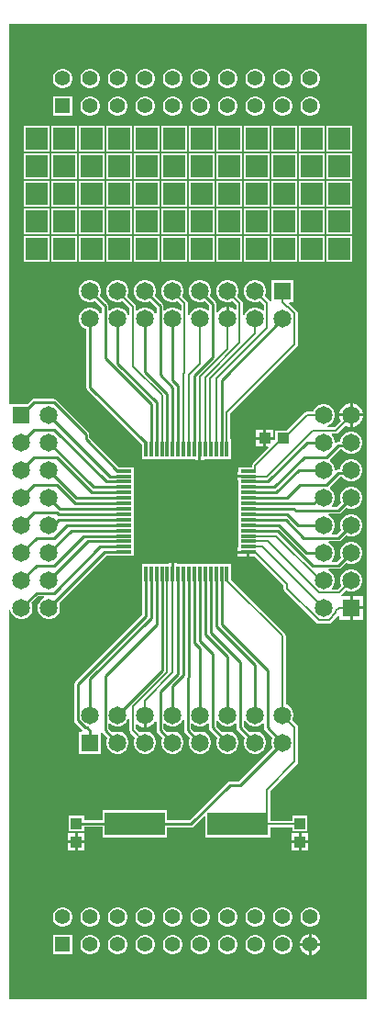
<source format=gbr>
%TF.GenerationSoftware,Altium Limited,Altium Designer,23.4.1 (23)*%
G04 Layer_Physical_Order=1*
G04 Layer_Color=255*
%FSLAX45Y45*%
%MOMM*%
%TF.SameCoordinates,2443AD3D-16DC-45C5-9BCC-0FA72C26467A*%
%TF.FilePolarity,Positive*%
%TF.FileFunction,Copper,L1,Top,Signal*%
%TF.Part,Single*%
G01*
G75*
%TA.AperFunction,SMDPad,CuDef*%
%ADD10R,1.10000X1.00000*%
%ADD11R,1.00000X1.10000*%
%ADD12R,1.47500X0.30000*%
%ADD13R,0.30000X1.47500*%
%ADD14R,5.60000X2.10000*%
%TA.AperFunction,Conductor*%
%ADD15C,0.20000*%
%ADD16C,0.25400*%
%TA.AperFunction,ComponentPad*%
%ADD17R,1.65000X1.65000*%
%ADD18C,1.65000*%
%TA.AperFunction,ViaPad*%
%ADD19R,2.00000X2.00000*%
%TA.AperFunction,ComponentPad*%
%ADD20R,1.65000X1.65000*%
%ADD21R,1.39000X1.39000*%
%ADD22C,1.39000*%
G36*
X3314700Y0D02*
X12700D01*
Y3592475D01*
X25400Y3594147D01*
X31485Y3571436D01*
X44980Y3548064D01*
X64064Y3528979D01*
X87436Y3515485D01*
X113506Y3508500D01*
X140494D01*
X166564Y3515485D01*
X189936Y3528979D01*
X209020Y3548064D01*
X222515Y3571436D01*
X229500Y3597506D01*
Y3624494D01*
X222515Y3650563D01*
X219293Y3656143D01*
X279610Y3716459D01*
X333261D01*
X336664Y3703759D01*
X318064Y3693020D01*
X298980Y3673936D01*
X285485Y3650563D01*
X278500Y3624494D01*
Y3597506D01*
X285485Y3571436D01*
X298980Y3548064D01*
X318064Y3528979D01*
X341436Y3515485D01*
X367506Y3508500D01*
X394494D01*
X420564Y3515485D01*
X443936Y3528979D01*
X463020Y3548064D01*
X476515Y3571436D01*
X483500Y3597506D01*
Y3624494D01*
X476515Y3650563D01*
X473293Y3656143D01*
X908810Y4091659D01*
X982450D01*
Y4090000D01*
X1169950D01*
Y4190000D01*
Y4290000D01*
Y4390000D01*
Y4490000D01*
Y4590000D01*
Y4690000D01*
Y4790000D01*
Y4910000D01*
X1029600D01*
X755274Y5184326D01*
Y5210983D01*
X752736Y5223742D01*
X745509Y5234559D01*
X452292Y5527775D01*
X441476Y5535002D01*
X428717Y5537540D01*
X242200D01*
X229441Y5535002D01*
X218625Y5527775D01*
X182349Y5491500D01*
X25400D01*
X24500Y5491500D01*
X12700Y5493673D01*
Y8991600D01*
X3314700D01*
Y0D01*
D02*
G37*
%LPC*%
G36*
X2805783Y8581500D02*
X2782217D01*
X2759454Y8575401D01*
X2739046Y8563618D01*
X2722382Y8546954D01*
X2710599Y8526546D01*
X2704500Y8503783D01*
Y8480217D01*
X2710599Y8457454D01*
X2722382Y8437046D01*
X2739046Y8420382D01*
X2759454Y8408599D01*
X2782217Y8402500D01*
X2805783D01*
X2828546Y8408599D01*
X2848954Y8420382D01*
X2865618Y8437046D01*
X2877401Y8457454D01*
X2883500Y8480217D01*
Y8503783D01*
X2877401Y8526546D01*
X2865618Y8546954D01*
X2848954Y8563618D01*
X2828546Y8575401D01*
X2805783Y8581500D01*
D02*
G37*
G36*
X2551783D02*
X2528217D01*
X2505454Y8575401D01*
X2485046Y8563618D01*
X2468382Y8546954D01*
X2456599Y8526546D01*
X2450500Y8503783D01*
Y8480217D01*
X2456599Y8457454D01*
X2468382Y8437046D01*
X2485046Y8420382D01*
X2505454Y8408599D01*
X2528217Y8402500D01*
X2551783D01*
X2574546Y8408599D01*
X2594954Y8420382D01*
X2611618Y8437046D01*
X2623401Y8457454D01*
X2629500Y8480217D01*
Y8503783D01*
X2623401Y8526546D01*
X2611618Y8546954D01*
X2594954Y8563618D01*
X2574546Y8575401D01*
X2551783Y8581500D01*
D02*
G37*
G36*
X2297783D02*
X2274217D01*
X2251454Y8575401D01*
X2231046Y8563618D01*
X2214382Y8546954D01*
X2202599Y8526546D01*
X2196500Y8503783D01*
Y8480217D01*
X2202599Y8457454D01*
X2214382Y8437046D01*
X2231046Y8420382D01*
X2251454Y8408599D01*
X2274217Y8402500D01*
X2297783D01*
X2320546Y8408599D01*
X2340954Y8420382D01*
X2357618Y8437046D01*
X2369401Y8457454D01*
X2375500Y8480217D01*
Y8503783D01*
X2369401Y8526546D01*
X2357618Y8546954D01*
X2340954Y8563618D01*
X2320546Y8575401D01*
X2297783Y8581500D01*
D02*
G37*
G36*
X2043783D02*
X2020217D01*
X1997454Y8575401D01*
X1977046Y8563618D01*
X1960382Y8546954D01*
X1948599Y8526546D01*
X1942500Y8503783D01*
Y8480217D01*
X1948599Y8457454D01*
X1960382Y8437046D01*
X1977046Y8420382D01*
X1997454Y8408599D01*
X2020217Y8402500D01*
X2043783D01*
X2066546Y8408599D01*
X2086954Y8420382D01*
X2103618Y8437046D01*
X2115401Y8457454D01*
X2121500Y8480217D01*
Y8503783D01*
X2115401Y8526546D01*
X2103618Y8546954D01*
X2086954Y8563618D01*
X2066546Y8575401D01*
X2043783Y8581500D01*
D02*
G37*
G36*
X1789783D02*
X1766217D01*
X1743454Y8575401D01*
X1723046Y8563618D01*
X1706382Y8546954D01*
X1694599Y8526546D01*
X1688500Y8503783D01*
Y8480217D01*
X1694599Y8457454D01*
X1706382Y8437046D01*
X1723046Y8420382D01*
X1743454Y8408599D01*
X1766217Y8402500D01*
X1789783D01*
X1812546Y8408599D01*
X1832954Y8420382D01*
X1849618Y8437046D01*
X1861401Y8457454D01*
X1867500Y8480217D01*
Y8503783D01*
X1861401Y8526546D01*
X1849618Y8546954D01*
X1832954Y8563618D01*
X1812546Y8575401D01*
X1789783Y8581500D01*
D02*
G37*
G36*
X1535783D02*
X1512217D01*
X1489454Y8575401D01*
X1469046Y8563618D01*
X1452382Y8546954D01*
X1440599Y8526546D01*
X1434500Y8503783D01*
Y8480217D01*
X1440599Y8457454D01*
X1452382Y8437046D01*
X1469046Y8420382D01*
X1489454Y8408599D01*
X1512217Y8402500D01*
X1535783D01*
X1558546Y8408599D01*
X1578954Y8420382D01*
X1595618Y8437046D01*
X1607401Y8457454D01*
X1613500Y8480217D01*
Y8503783D01*
X1607401Y8526546D01*
X1595618Y8546954D01*
X1578954Y8563618D01*
X1558546Y8575401D01*
X1535783Y8581500D01*
D02*
G37*
G36*
X1281783D02*
X1258217D01*
X1235454Y8575401D01*
X1215046Y8563618D01*
X1198382Y8546954D01*
X1186599Y8526546D01*
X1180500Y8503783D01*
Y8480217D01*
X1186599Y8457454D01*
X1198382Y8437046D01*
X1215046Y8420382D01*
X1235454Y8408599D01*
X1258217Y8402500D01*
X1281783D01*
X1304546Y8408599D01*
X1324954Y8420382D01*
X1341618Y8437046D01*
X1353401Y8457454D01*
X1359500Y8480217D01*
Y8503783D01*
X1353401Y8526546D01*
X1341618Y8546954D01*
X1324954Y8563618D01*
X1304546Y8575401D01*
X1281783Y8581500D01*
D02*
G37*
G36*
X1027783D02*
X1004217D01*
X981454Y8575401D01*
X961046Y8563618D01*
X944382Y8546954D01*
X932599Y8526546D01*
X926500Y8503783D01*
Y8480217D01*
X932599Y8457454D01*
X944382Y8437046D01*
X961046Y8420382D01*
X981454Y8408599D01*
X1004217Y8402500D01*
X1027783D01*
X1050546Y8408599D01*
X1070954Y8420382D01*
X1087618Y8437046D01*
X1099401Y8457454D01*
X1105500Y8480217D01*
Y8503783D01*
X1099401Y8526546D01*
X1087618Y8546954D01*
X1070954Y8563618D01*
X1050546Y8575401D01*
X1027783Y8581500D01*
D02*
G37*
G36*
X773783D02*
X750217D01*
X727454Y8575401D01*
X707046Y8563618D01*
X690382Y8546954D01*
X678599Y8526546D01*
X672500Y8503783D01*
Y8480217D01*
X678599Y8457454D01*
X690382Y8437046D01*
X707046Y8420382D01*
X727454Y8408599D01*
X750217Y8402500D01*
X773783D01*
X796546Y8408599D01*
X816954Y8420382D01*
X833618Y8437046D01*
X845401Y8457454D01*
X851500Y8480217D01*
Y8503783D01*
X845401Y8526546D01*
X833618Y8546954D01*
X816954Y8563618D01*
X796546Y8575401D01*
X773783Y8581500D01*
D02*
G37*
G36*
X519783D02*
X496217D01*
X473454Y8575401D01*
X453046Y8563618D01*
X436382Y8546954D01*
X424599Y8526546D01*
X418500Y8503783D01*
Y8480217D01*
X424599Y8457454D01*
X436382Y8437046D01*
X453046Y8420382D01*
X473454Y8408599D01*
X496217Y8402500D01*
X519783D01*
X542546Y8408599D01*
X562954Y8420382D01*
X579618Y8437046D01*
X591401Y8457454D01*
X597500Y8480217D01*
Y8503783D01*
X591401Y8526546D01*
X579618Y8546954D01*
X562954Y8563618D01*
X542546Y8575401D01*
X519783Y8581500D01*
D02*
G37*
G36*
X2805783Y8327500D02*
X2782217D01*
X2759454Y8321401D01*
X2739046Y8309618D01*
X2722382Y8292954D01*
X2710599Y8272546D01*
X2704500Y8249783D01*
Y8226217D01*
X2710599Y8203454D01*
X2722382Y8183046D01*
X2739046Y8166382D01*
X2759454Y8154599D01*
X2782217Y8148500D01*
X2805783D01*
X2828546Y8154599D01*
X2848954Y8166382D01*
X2865618Y8183046D01*
X2877401Y8203454D01*
X2883500Y8226217D01*
Y8249783D01*
X2877401Y8272546D01*
X2865618Y8292954D01*
X2848954Y8309618D01*
X2828546Y8321401D01*
X2805783Y8327500D01*
D02*
G37*
G36*
X2551783D02*
X2528217D01*
X2505454Y8321401D01*
X2485046Y8309618D01*
X2468382Y8292954D01*
X2456599Y8272546D01*
X2450500Y8249783D01*
Y8226217D01*
X2456599Y8203454D01*
X2468382Y8183046D01*
X2485046Y8166382D01*
X2505454Y8154599D01*
X2528217Y8148500D01*
X2551783D01*
X2574546Y8154599D01*
X2594954Y8166382D01*
X2611618Y8183046D01*
X2623401Y8203454D01*
X2629500Y8226217D01*
Y8249783D01*
X2623401Y8272546D01*
X2611618Y8292954D01*
X2594954Y8309618D01*
X2574546Y8321401D01*
X2551783Y8327500D01*
D02*
G37*
G36*
X2297783D02*
X2274217D01*
X2251454Y8321401D01*
X2231046Y8309618D01*
X2214382Y8292954D01*
X2202599Y8272546D01*
X2196500Y8249783D01*
Y8226217D01*
X2202599Y8203454D01*
X2214382Y8183046D01*
X2231046Y8166382D01*
X2251454Y8154599D01*
X2274217Y8148500D01*
X2297783D01*
X2320546Y8154599D01*
X2340954Y8166382D01*
X2357618Y8183046D01*
X2369401Y8203454D01*
X2375500Y8226217D01*
Y8249783D01*
X2369401Y8272546D01*
X2357618Y8292954D01*
X2340954Y8309618D01*
X2320546Y8321401D01*
X2297783Y8327500D01*
D02*
G37*
G36*
X2043783D02*
X2020217D01*
X1997454Y8321401D01*
X1977046Y8309618D01*
X1960382Y8292954D01*
X1948599Y8272546D01*
X1942500Y8249783D01*
Y8226217D01*
X1948599Y8203454D01*
X1960382Y8183046D01*
X1977046Y8166382D01*
X1997454Y8154599D01*
X2020217Y8148500D01*
X2043783D01*
X2066546Y8154599D01*
X2086954Y8166382D01*
X2103618Y8183046D01*
X2115401Y8203454D01*
X2121500Y8226217D01*
Y8249783D01*
X2115401Y8272546D01*
X2103618Y8292954D01*
X2086954Y8309618D01*
X2066546Y8321401D01*
X2043783Y8327500D01*
D02*
G37*
G36*
X1789783D02*
X1766217D01*
X1743454Y8321401D01*
X1723046Y8309618D01*
X1706382Y8292954D01*
X1694599Y8272546D01*
X1688500Y8249783D01*
Y8226217D01*
X1694599Y8203454D01*
X1706382Y8183046D01*
X1723046Y8166382D01*
X1743454Y8154599D01*
X1766217Y8148500D01*
X1789783D01*
X1812546Y8154599D01*
X1832954Y8166382D01*
X1849618Y8183046D01*
X1861401Y8203454D01*
X1867500Y8226217D01*
Y8249783D01*
X1861401Y8272546D01*
X1849618Y8292954D01*
X1832954Y8309618D01*
X1812546Y8321401D01*
X1789783Y8327500D01*
D02*
G37*
G36*
X1535783D02*
X1512217D01*
X1489454Y8321401D01*
X1469046Y8309618D01*
X1452382Y8292954D01*
X1440599Y8272546D01*
X1434500Y8249783D01*
Y8226217D01*
X1440599Y8203454D01*
X1452382Y8183046D01*
X1469046Y8166382D01*
X1489454Y8154599D01*
X1512217Y8148500D01*
X1535783D01*
X1558546Y8154599D01*
X1578954Y8166382D01*
X1595618Y8183046D01*
X1607401Y8203454D01*
X1613500Y8226217D01*
Y8249783D01*
X1607401Y8272546D01*
X1595618Y8292954D01*
X1578954Y8309618D01*
X1558546Y8321401D01*
X1535783Y8327500D01*
D02*
G37*
G36*
X1281783D02*
X1258217D01*
X1235454Y8321401D01*
X1215046Y8309618D01*
X1198382Y8292954D01*
X1186599Y8272546D01*
X1180500Y8249783D01*
Y8226217D01*
X1186599Y8203454D01*
X1198382Y8183046D01*
X1215046Y8166382D01*
X1235454Y8154599D01*
X1258217Y8148500D01*
X1281783D01*
X1304546Y8154599D01*
X1324954Y8166382D01*
X1341618Y8183046D01*
X1353401Y8203454D01*
X1359500Y8226217D01*
Y8249783D01*
X1353401Y8272546D01*
X1341618Y8292954D01*
X1324954Y8309618D01*
X1304546Y8321401D01*
X1281783Y8327500D01*
D02*
G37*
G36*
X1027783D02*
X1004217D01*
X981454Y8321401D01*
X961046Y8309618D01*
X944382Y8292954D01*
X932599Y8272546D01*
X926500Y8249783D01*
Y8226217D01*
X932599Y8203454D01*
X944382Y8183046D01*
X961046Y8166382D01*
X981454Y8154599D01*
X1004217Y8148500D01*
X1027783D01*
X1050546Y8154599D01*
X1070954Y8166382D01*
X1087618Y8183046D01*
X1099401Y8203454D01*
X1105500Y8226217D01*
Y8249783D01*
X1099401Y8272546D01*
X1087618Y8292954D01*
X1070954Y8309618D01*
X1050546Y8321401D01*
X1027783Y8327500D01*
D02*
G37*
G36*
X773783D02*
X750217D01*
X727454Y8321401D01*
X707046Y8309618D01*
X690382Y8292954D01*
X678599Y8272546D01*
X672500Y8249783D01*
Y8226217D01*
X678599Y8203454D01*
X690382Y8183046D01*
X707046Y8166382D01*
X727454Y8154599D01*
X750217Y8148500D01*
X773783D01*
X796546Y8154599D01*
X816954Y8166382D01*
X833618Y8183046D01*
X845401Y8203454D01*
X851500Y8226217D01*
Y8249783D01*
X845401Y8272546D01*
X833618Y8292954D01*
X816954Y8309618D01*
X796546Y8321401D01*
X773783Y8327500D01*
D02*
G37*
G36*
X597500D02*
X418500D01*
Y8148500D01*
X597500D01*
Y8327500D01*
D02*
G37*
G36*
X3183875Y8057500D02*
X2943875D01*
Y7817500D01*
X3183875D01*
Y8057500D01*
D02*
G37*
G36*
X2929875D02*
X2689875D01*
Y7817500D01*
X2929875D01*
Y8057500D01*
D02*
G37*
G36*
X2675875D02*
X2435875D01*
Y7817500D01*
X2675875D01*
Y8057500D01*
D02*
G37*
G36*
X2421875D02*
X2181875D01*
Y7817500D01*
X2421875D01*
Y8057500D01*
D02*
G37*
G36*
X2167875D02*
X1927875D01*
Y7817500D01*
X2167875D01*
Y8057500D01*
D02*
G37*
G36*
X1913875D02*
X1673875D01*
Y7817500D01*
X1913875D01*
Y8057500D01*
D02*
G37*
G36*
X1659875D02*
X1419875D01*
Y7817500D01*
X1659875D01*
Y8057500D01*
D02*
G37*
G36*
X1405875D02*
X1165875D01*
Y7817500D01*
X1405875D01*
Y8057500D01*
D02*
G37*
G36*
X1151875D02*
X911875D01*
Y7817500D01*
X1151875D01*
Y8057500D01*
D02*
G37*
G36*
X897875D02*
X657875D01*
Y7817500D01*
X897875D01*
Y8057500D01*
D02*
G37*
G36*
X643875D02*
X403875D01*
Y7817500D01*
X643875D01*
Y8057500D01*
D02*
G37*
G36*
X389875D02*
X149875D01*
Y7817500D01*
X389875D01*
Y8057500D01*
D02*
G37*
G36*
X3183875Y7803500D02*
X2943875D01*
Y7563500D01*
X3183875D01*
Y7803500D01*
D02*
G37*
G36*
X2929875D02*
X2689875D01*
Y7563500D01*
X2929875D01*
Y7803500D01*
D02*
G37*
G36*
X2675875D02*
X2435875D01*
Y7563500D01*
X2675875D01*
Y7803500D01*
D02*
G37*
G36*
X2421875D02*
X2181875D01*
Y7563500D01*
X2421875D01*
Y7803500D01*
D02*
G37*
G36*
X2167875D02*
X1927875D01*
Y7563500D01*
X2167875D01*
Y7803500D01*
D02*
G37*
G36*
X1913875D02*
X1673875D01*
Y7563500D01*
X1913875D01*
Y7803500D01*
D02*
G37*
G36*
X1659875D02*
X1419875D01*
Y7563500D01*
X1659875D01*
Y7803500D01*
D02*
G37*
G36*
X1405875D02*
X1165875D01*
Y7563500D01*
X1405875D01*
Y7803500D01*
D02*
G37*
G36*
X1151875D02*
X911875D01*
Y7563500D01*
X1151875D01*
Y7803500D01*
D02*
G37*
G36*
X897875D02*
X657875D01*
Y7563500D01*
X897875D01*
Y7803500D01*
D02*
G37*
G36*
X643875D02*
X403875D01*
Y7563500D01*
X643875D01*
Y7803500D01*
D02*
G37*
G36*
X389875D02*
X149875D01*
Y7563500D01*
X389875D01*
Y7803500D01*
D02*
G37*
G36*
X3183875Y7549500D02*
X2943875D01*
Y7309500D01*
X3183875D01*
Y7549500D01*
D02*
G37*
G36*
X2929875D02*
X2689875D01*
Y7309500D01*
X2929875D01*
Y7549500D01*
D02*
G37*
G36*
X2675875D02*
X2435875D01*
Y7309500D01*
X2675875D01*
Y7549500D01*
D02*
G37*
G36*
X2421875D02*
X2181875D01*
Y7309500D01*
X2421875D01*
Y7549500D01*
D02*
G37*
G36*
X2167875D02*
X1927875D01*
Y7309500D01*
X2167875D01*
Y7549500D01*
D02*
G37*
G36*
X1913875D02*
X1673875D01*
Y7309500D01*
X1913875D01*
Y7549500D01*
D02*
G37*
G36*
X1659875D02*
X1419875D01*
Y7309500D01*
X1659875D01*
Y7549500D01*
D02*
G37*
G36*
X1405875D02*
X1165875D01*
Y7309500D01*
X1405875D01*
Y7549500D01*
D02*
G37*
G36*
X1151875D02*
X911875D01*
Y7309500D01*
X1151875D01*
Y7549500D01*
D02*
G37*
G36*
X897875D02*
X657875D01*
Y7309500D01*
X897875D01*
Y7549500D01*
D02*
G37*
G36*
X643875D02*
X403875D01*
Y7309500D01*
X643875D01*
Y7549500D01*
D02*
G37*
G36*
X389875D02*
X149875D01*
Y7309500D01*
X389875D01*
Y7549500D01*
D02*
G37*
G36*
X3183875Y7295500D02*
X2943875D01*
Y7055500D01*
X3183875D01*
Y7295500D01*
D02*
G37*
G36*
X2929875D02*
X2689875D01*
Y7055500D01*
X2929875D01*
Y7295500D01*
D02*
G37*
G36*
X2675875D02*
X2435875D01*
Y7055500D01*
X2675875D01*
Y7295500D01*
D02*
G37*
G36*
X2421875D02*
X2181875D01*
Y7055500D01*
X2421875D01*
Y7295500D01*
D02*
G37*
G36*
X2167875D02*
X1927875D01*
Y7055500D01*
X2167875D01*
Y7295500D01*
D02*
G37*
G36*
X1913875D02*
X1673875D01*
Y7055500D01*
X1913875D01*
Y7295500D01*
D02*
G37*
G36*
X1659875D02*
X1419875D01*
Y7055500D01*
X1659875D01*
Y7295500D01*
D02*
G37*
G36*
X1405875D02*
X1165875D01*
Y7055500D01*
X1405875D01*
Y7295500D01*
D02*
G37*
G36*
X1151875D02*
X911875D01*
Y7055500D01*
X1151875D01*
Y7295500D01*
D02*
G37*
G36*
X897875D02*
X657875D01*
Y7055500D01*
X897875D01*
Y7295500D01*
D02*
G37*
G36*
X643875D02*
X403875D01*
Y7055500D01*
X643875D01*
Y7295500D01*
D02*
G37*
G36*
X389875D02*
X149875D01*
Y7055500D01*
X389875D01*
Y7295500D01*
D02*
G37*
G36*
X3183875Y7041500D02*
X2943875D01*
Y6801500D01*
X3183875D01*
Y7041500D01*
D02*
G37*
G36*
X2929875D02*
X2689875D01*
Y6801500D01*
X2929875D01*
Y7041500D01*
D02*
G37*
G36*
X2675875D02*
X2435875D01*
Y6801500D01*
X2675875D01*
Y7041500D01*
D02*
G37*
G36*
X2421875D02*
X2181875D01*
Y6801500D01*
X2421875D01*
Y7041500D01*
D02*
G37*
G36*
X2167875D02*
X1927875D01*
Y6801500D01*
X2167875D01*
Y7041500D01*
D02*
G37*
G36*
X1913875D02*
X1673875D01*
Y6801500D01*
X1913875D01*
Y7041500D01*
D02*
G37*
G36*
X1659875D02*
X1419875D01*
Y6801500D01*
X1659875D01*
Y7041500D01*
D02*
G37*
G36*
X1405875D02*
X1165875D01*
Y6801500D01*
X1405875D01*
Y7041500D01*
D02*
G37*
G36*
X1151875D02*
X911875D01*
Y6801500D01*
X1151875D01*
Y7041500D01*
D02*
G37*
G36*
X897875D02*
X657875D01*
Y6801500D01*
X897875D01*
Y7041500D01*
D02*
G37*
G36*
X643875D02*
X403875D01*
Y6801500D01*
X643875D01*
Y7041500D01*
D02*
G37*
G36*
X389875D02*
X149875D01*
Y6801500D01*
X389875D01*
Y7041500D01*
D02*
G37*
G36*
X2641500Y6634500D02*
X2436500D01*
Y6441145D01*
X2436500Y6440989D01*
X2436500Y6440988D01*
X2436500Y6437351D01*
X2425082Y6434462D01*
X2419129Y6441129D01*
X2419129Y6441129D01*
X2417091Y6443166D01*
X2375869Y6484389D01*
X2380515Y6492436D01*
X2387500Y6518506D01*
Y6545494D01*
X2380515Y6571563D01*
X2367020Y6594936D01*
X2347936Y6614020D01*
X2324564Y6627515D01*
X2298494Y6634500D01*
X2271506D01*
X2245436Y6627515D01*
X2222064Y6614020D01*
X2202980Y6594936D01*
X2189485Y6571563D01*
X2182500Y6545494D01*
Y6518506D01*
X2189485Y6492436D01*
X2202980Y6469064D01*
X2222064Y6449979D01*
X2245436Y6436485D01*
X2271506Y6429500D01*
X2298494D01*
X2324564Y6436485D01*
X2332611Y6441131D01*
X2366912Y6406830D01*
Y6357638D01*
X2355179Y6352778D01*
X2347936Y6360020D01*
X2324564Y6373515D01*
X2298494Y6380500D01*
X2271506D01*
X2245436Y6373515D01*
X2222064Y6360020D01*
X2202980Y6340936D01*
X2189485Y6317563D01*
X2186788Y6307496D01*
X2174088Y6309167D01*
Y6419499D01*
X2174088Y6419500D01*
X2171759Y6431205D01*
X2165129Y6441129D01*
X2165128Y6441129D01*
X2121869Y6484389D01*
X2126515Y6492436D01*
X2133500Y6518506D01*
Y6545494D01*
X2126515Y6571563D01*
X2113020Y6594936D01*
X2093936Y6614020D01*
X2070564Y6627515D01*
X2044494Y6634500D01*
X2017506D01*
X1991436Y6627515D01*
X1968064Y6614020D01*
X1948980Y6594936D01*
X1935485Y6571563D01*
X1928500Y6545494D01*
Y6518506D01*
X1935485Y6492436D01*
X1948980Y6469064D01*
X1968064Y6449979D01*
X1991436Y6436485D01*
X2017506Y6429500D01*
X2044494D01*
X2070564Y6436485D01*
X2078611Y6441131D01*
X2112912Y6406830D01*
Y6365275D01*
X2101179Y6360415D01*
X2097252Y6364341D01*
X2072648Y6378547D01*
X2045205Y6385900D01*
X2043701D01*
Y6278000D01*
X2018301D01*
Y6385900D01*
X2016795D01*
X1989352Y6378547D01*
X1964748Y6364341D01*
X1944659Y6344252D01*
X1938240Y6333136D01*
X1925540Y6336539D01*
Y6416800D01*
X1923003Y6429559D01*
X1915775Y6440375D01*
X1869293Y6486857D01*
X1872515Y6492436D01*
X1879500Y6518506D01*
Y6545494D01*
X1872515Y6571563D01*
X1859020Y6594936D01*
X1839936Y6614020D01*
X1816564Y6627515D01*
X1790494Y6634500D01*
X1763506D01*
X1737436Y6627515D01*
X1714064Y6614020D01*
X1694980Y6594936D01*
X1681485Y6571563D01*
X1674500Y6545494D01*
Y6518506D01*
X1681485Y6492436D01*
X1694980Y6469064D01*
X1714064Y6449979D01*
X1737436Y6436485D01*
X1763506Y6429500D01*
X1790494D01*
X1816564Y6436485D01*
X1822143Y6439706D01*
X1858859Y6402990D01*
Y6357691D01*
X1847126Y6352831D01*
X1839936Y6360020D01*
X1816564Y6373515D01*
X1790494Y6380500D01*
X1763506D01*
X1737436Y6373515D01*
X1714064Y6360020D01*
X1694980Y6340936D01*
X1681485Y6317563D01*
X1678788Y6307496D01*
X1666088Y6309167D01*
Y6419499D01*
X1666088Y6419500D01*
X1663759Y6431205D01*
X1657129Y6441129D01*
X1657128Y6441129D01*
X1613869Y6484389D01*
X1618515Y6492436D01*
X1625500Y6518506D01*
Y6545494D01*
X1618515Y6571563D01*
X1605020Y6594936D01*
X1585936Y6614020D01*
X1562564Y6627515D01*
X1536494Y6634500D01*
X1509506D01*
X1483436Y6627515D01*
X1460064Y6614020D01*
X1440980Y6594936D01*
X1427485Y6571563D01*
X1420500Y6545494D01*
Y6518506D01*
X1427485Y6492436D01*
X1440980Y6469064D01*
X1460064Y6449979D01*
X1483436Y6436485D01*
X1509506Y6429500D01*
X1536494D01*
X1562564Y6436485D01*
X1570611Y6441131D01*
X1604912Y6406830D01*
Y6357638D01*
X1593179Y6352778D01*
X1585936Y6360020D01*
X1562564Y6373515D01*
X1536494Y6380500D01*
X1509506D01*
X1483436Y6373515D01*
X1460064Y6360020D01*
X1452874Y6352831D01*
X1441141Y6357691D01*
Y6393200D01*
X1438603Y6405959D01*
X1431375Y6416775D01*
X1361293Y6486857D01*
X1364515Y6492436D01*
X1371500Y6518506D01*
Y6545494D01*
X1364515Y6571563D01*
X1351020Y6594936D01*
X1331936Y6614020D01*
X1308564Y6627515D01*
X1282494Y6634500D01*
X1255506D01*
X1229436Y6627515D01*
X1206064Y6614020D01*
X1186980Y6594936D01*
X1173485Y6571563D01*
X1166500Y6545494D01*
Y6518506D01*
X1173485Y6492436D01*
X1186980Y6469064D01*
X1206064Y6449979D01*
X1229436Y6436485D01*
X1255506Y6429500D01*
X1282494D01*
X1308564Y6436485D01*
X1314143Y6439706D01*
X1374460Y6379390D01*
Y6325739D01*
X1361760Y6322336D01*
X1351020Y6340936D01*
X1331936Y6360020D01*
X1308564Y6373515D01*
X1282494Y6380500D01*
X1255506D01*
X1229436Y6373515D01*
X1206064Y6360020D01*
X1198821Y6352778D01*
X1187088Y6357638D01*
Y6390499D01*
X1187088Y6390500D01*
X1184759Y6402205D01*
X1178129Y6412129D01*
X1105869Y6484389D01*
X1110515Y6492436D01*
X1117500Y6518506D01*
Y6545494D01*
X1110515Y6571563D01*
X1097020Y6594936D01*
X1077936Y6614020D01*
X1054564Y6627515D01*
X1028494Y6634500D01*
X1001506D01*
X975436Y6627515D01*
X952064Y6614020D01*
X932980Y6594936D01*
X919485Y6571563D01*
X912500Y6545494D01*
Y6518506D01*
X919485Y6492436D01*
X932980Y6469064D01*
X952064Y6449979D01*
X975436Y6436485D01*
X1001506Y6429500D01*
X1028494D01*
X1054564Y6436485D01*
X1062611Y6441131D01*
X1125912Y6377830D01*
Y6309167D01*
X1113212Y6307496D01*
X1110515Y6317563D01*
X1097020Y6340936D01*
X1077936Y6360020D01*
X1054564Y6373515D01*
X1028494Y6380500D01*
X1001506D01*
X975436Y6373515D01*
X952064Y6360020D01*
X944874Y6352831D01*
X933141Y6357691D01*
Y6393200D01*
X930603Y6405959D01*
X923375Y6416775D01*
X853293Y6486857D01*
X856515Y6492436D01*
X863500Y6518506D01*
Y6545494D01*
X856515Y6571563D01*
X843020Y6594936D01*
X823936Y6614020D01*
X800564Y6627515D01*
X774494Y6634500D01*
X747506D01*
X721436Y6627515D01*
X698064Y6614020D01*
X678980Y6594936D01*
X665485Y6571563D01*
X658500Y6545494D01*
Y6518506D01*
X665485Y6492436D01*
X678980Y6469064D01*
X698064Y6449979D01*
X721436Y6436485D01*
X747506Y6429500D01*
X774494D01*
X800564Y6436485D01*
X806143Y6439706D01*
X866460Y6379390D01*
Y6325739D01*
X853760Y6322336D01*
X843020Y6340936D01*
X823936Y6360020D01*
X800564Y6373515D01*
X774494Y6380500D01*
X747506D01*
X721436Y6373515D01*
X698064Y6360020D01*
X678980Y6340936D01*
X665485Y6317563D01*
X658500Y6291494D01*
Y6264506D01*
X665485Y6238436D01*
X678980Y6215064D01*
X698064Y6195979D01*
X721436Y6182485D01*
X727659Y6180818D01*
Y5646550D01*
X730197Y5633791D01*
X737425Y5622975D01*
X1240000Y5120399D01*
Y4980050D01*
X1734600D01*
Y4974650D01*
X1762300D01*
Y5073800D01*
X1787700D01*
Y4974650D01*
X1815400D01*
Y4980050D01*
X2060000D01*
Y5167550D01*
X2055588D01*
Y5405155D01*
X2673128Y6022695D01*
X2673129Y6022696D01*
X2679759Y6032619D01*
X2682088Y6044324D01*
Y6324597D01*
X2682088Y6324599D01*
X2679759Y6336304D01*
X2673129Y6346228D01*
X2607228Y6412129D01*
X2600236Y6416800D01*
X2603449Y6429500D01*
X2641500D01*
Y6634500D01*
D02*
G37*
G36*
X3187205Y5496900D02*
X3185700D01*
Y5401700D01*
X3280900D01*
Y5403205D01*
X3273547Y5430648D01*
X3259341Y5455252D01*
X3239252Y5475341D01*
X3214648Y5489547D01*
X3187205Y5496900D01*
D02*
G37*
G36*
X3160300D02*
X3158795D01*
X3131352Y5489547D01*
X3106748Y5475341D01*
X3086659Y5455252D01*
X3072453Y5430648D01*
X3065100Y5403205D01*
Y5401700D01*
X3160300D01*
Y5496900D01*
D02*
G37*
G36*
X3280900Y5376300D02*
X3185700D01*
Y5281100D01*
X3187205D01*
X3214648Y5288453D01*
X3239252Y5302658D01*
X3259341Y5322748D01*
X3273547Y5347352D01*
X3280900Y5374795D01*
Y5376300D01*
D02*
G37*
G36*
X2932494Y5491500D02*
X2905506D01*
X2879436Y5484515D01*
X2856064Y5471020D01*
X2836980Y5451936D01*
X2823485Y5428563D01*
X2821080Y5419588D01*
X2764375D01*
X2752670Y5417259D01*
X2742746Y5410629D01*
X2742746Y5410628D01*
X2577367Y5245250D01*
X2470625D01*
Y5158200D01*
X2468725Y5156930D01*
X2458211Y5162550D01*
X2388325D01*
Y5099850D01*
X2405374D01*
X2410234Y5088117D01*
X2265921Y4943804D01*
X2259291Y4933880D01*
X2256962Y4922175D01*
X2256962Y4922174D01*
Y4910000D01*
X2130050D01*
Y4865400D01*
X2124650D01*
Y4837700D01*
X2223800D01*
Y4812300D01*
X2124650D01*
Y4784600D01*
X2130050D01*
Y4690000D01*
Y4590000D01*
Y4490000D01*
Y4390000D01*
Y4290000D01*
Y4165400D01*
X2124650D01*
Y4137700D01*
X2223800D01*
Y4125000D01*
X2236500D01*
Y4084600D01*
X2279692D01*
X2549388Y3814904D01*
Y3790927D01*
X2549388Y3790925D01*
X2551717Y3779220D01*
X2558347Y3769296D01*
X2850772Y3476872D01*
X2850772Y3476871D01*
X2860696Y3470241D01*
X2872401Y3467912D01*
X2965598D01*
X2965599Y3467912D01*
X2977304Y3470241D01*
X2987228Y3476871D01*
X3052400Y3542043D01*
X3055503Y3541791D01*
X3065100Y3537829D01*
Y3503100D01*
X3160300D01*
Y3611000D01*
Y3718900D01*
X3087072D01*
X3083110Y3728496D01*
X3082858Y3731600D01*
X3125389Y3774131D01*
X3133436Y3769485D01*
X3159506Y3762500D01*
X3186494D01*
X3212564Y3769485D01*
X3235936Y3782979D01*
X3255020Y3802064D01*
X3268515Y3825436D01*
X3275500Y3851506D01*
Y3878494D01*
X3268515Y3904563D01*
X3255020Y3927936D01*
X3235936Y3947020D01*
X3212564Y3960515D01*
X3186494Y3967500D01*
X3159506D01*
X3133436Y3960515D01*
X3110064Y3947020D01*
X3090980Y3927936D01*
X3077485Y3904563D01*
X3070500Y3878494D01*
Y3851506D01*
X3077485Y3825436D01*
X3082132Y3817389D01*
X3047830Y3783088D01*
X2998638D01*
X2993778Y3794821D01*
X3001020Y3802064D01*
X3014515Y3825436D01*
X3021500Y3851506D01*
Y3878494D01*
X3014515Y3904563D01*
X3001020Y3927936D01*
X2981936Y3947020D01*
X2963336Y3957759D01*
X2966739Y3970459D01*
X3057800D01*
X3070559Y3972997D01*
X3081375Y3980225D01*
X3127857Y4026706D01*
X3133436Y4023485D01*
X3159506Y4016500D01*
X3186494D01*
X3212564Y4023485D01*
X3235936Y4036979D01*
X3255020Y4056064D01*
X3268515Y4079436D01*
X3275500Y4105506D01*
Y4132494D01*
X3268515Y4158563D01*
X3255020Y4181936D01*
X3235936Y4201020D01*
X3212564Y4214515D01*
X3186494Y4221500D01*
X3159506D01*
X3133436Y4214515D01*
X3110064Y4201020D01*
X3090980Y4181936D01*
X3077485Y4158563D01*
X3070500Y4132494D01*
Y4105506D01*
X3077485Y4079436D01*
X3080707Y4073857D01*
X3043990Y4037141D01*
X2998691D01*
X2993831Y4048874D01*
X3001020Y4056064D01*
X3014515Y4079436D01*
X3021500Y4105506D01*
Y4132494D01*
X3014515Y4158563D01*
X3001020Y4181936D01*
X2981936Y4201020D01*
X2963336Y4211759D01*
X2966739Y4224459D01*
X3057800D01*
X3070559Y4226997D01*
X3081375Y4234225D01*
X3127857Y4280706D01*
X3133436Y4277485D01*
X3159506Y4270500D01*
X3186494D01*
X3212564Y4277485D01*
X3235936Y4290979D01*
X3255020Y4310064D01*
X3268515Y4333436D01*
X3275500Y4359506D01*
Y4386494D01*
X3268515Y4412563D01*
X3255020Y4435936D01*
X3235936Y4455020D01*
X3212564Y4468515D01*
X3186494Y4475500D01*
X3159506D01*
X3133436Y4468515D01*
X3110064Y4455020D01*
X3090980Y4435936D01*
X3077485Y4412563D01*
X3070500Y4386494D01*
Y4359506D01*
X3077485Y4333436D01*
X3080707Y4327857D01*
X3043990Y4291141D01*
X2998691D01*
X2993831Y4302874D01*
X3001020Y4310064D01*
X3014515Y4333436D01*
X3021500Y4359506D01*
Y4386494D01*
X3014515Y4412563D01*
X3001020Y4435936D01*
X2981936Y4455020D01*
X2963336Y4465759D01*
X2966739Y4478459D01*
X3057800D01*
X3070559Y4480997D01*
X3081375Y4488225D01*
X3127857Y4534706D01*
X3133436Y4531485D01*
X3159506Y4524500D01*
X3186494D01*
X3212564Y4531485D01*
X3235936Y4544979D01*
X3255020Y4564064D01*
X3268515Y4587436D01*
X3275500Y4613506D01*
Y4640494D01*
X3268515Y4666563D01*
X3255020Y4689936D01*
X3235936Y4709020D01*
X3212564Y4722515D01*
X3186494Y4729500D01*
X3159506D01*
X3133436Y4722515D01*
X3110064Y4709020D01*
X3090980Y4689936D01*
X3077485Y4666563D01*
X3070500Y4640494D01*
Y4613506D01*
X3077485Y4587436D01*
X3080707Y4581857D01*
X3043990Y4545141D01*
X2998691D01*
X2993831Y4556874D01*
X3001020Y4564064D01*
X3014515Y4587436D01*
X3021500Y4613506D01*
Y4640494D01*
X3014515Y4666563D01*
X3001020Y4689936D01*
X2981936Y4709020D01*
X2977570Y4711541D01*
X2975480Y4727412D01*
X3069016Y4820948D01*
X3089314D01*
X3090980Y4818064D01*
X3110064Y4798979D01*
X3133436Y4785485D01*
X3159506Y4778500D01*
X3186494D01*
X3212564Y4785485D01*
X3235936Y4798979D01*
X3255020Y4818064D01*
X3268515Y4841436D01*
X3275500Y4867506D01*
Y4894494D01*
X3268515Y4920563D01*
X3255020Y4943936D01*
X3235936Y4963020D01*
X3212564Y4976515D01*
X3186494Y4983500D01*
X3159506D01*
X3133436Y4976515D01*
X3110064Y4963020D01*
X3090980Y4943936D01*
X3077485Y4920563D01*
X3070500Y4894494D01*
Y4887629D01*
X3055206D01*
X3042447Y4885091D01*
X3034200Y4879581D01*
X3021500Y4883822D01*
Y4894494D01*
X3014515Y4920563D01*
X3001020Y4943936D01*
X2981936Y4963020D01*
X2977570Y4965541D01*
X2975480Y4981412D01*
X3069016Y5074948D01*
X3089314D01*
X3090980Y5072064D01*
X3110064Y5052979D01*
X3133436Y5039485D01*
X3159506Y5032500D01*
X3186494D01*
X3212564Y5039485D01*
X3235936Y5052979D01*
X3255020Y5072064D01*
X3268515Y5095436D01*
X3275500Y5121506D01*
Y5148494D01*
X3268515Y5174563D01*
X3255020Y5197936D01*
X3235936Y5217020D01*
X3212564Y5230515D01*
X3186494Y5237500D01*
X3159506D01*
X3133436Y5230515D01*
X3110064Y5217020D01*
X3090980Y5197936D01*
X3077485Y5174563D01*
X3070500Y5148494D01*
Y5141629D01*
X3055206D01*
X3042447Y5139091D01*
X3034200Y5133581D01*
X3021500Y5137822D01*
Y5148494D01*
X3014515Y5174563D01*
X3001020Y5197936D01*
X2993778Y5205179D01*
X2998638Y5216912D01*
X3031499D01*
X3031500Y5216912D01*
X3043205Y5219241D01*
X3053129Y5225871D01*
X3121436Y5294178D01*
X3131352Y5288453D01*
X3158795Y5281100D01*
X3160300D01*
Y5376300D01*
X3065100D01*
Y5374795D01*
X3072453Y5347352D01*
X3078178Y5337436D01*
X3018830Y5278087D01*
X2950168D01*
X2948496Y5290787D01*
X2958564Y5293485D01*
X2981936Y5306979D01*
X3001020Y5326064D01*
X3014515Y5349436D01*
X3021500Y5375506D01*
Y5402494D01*
X3014515Y5428563D01*
X3001020Y5451936D01*
X2981936Y5471020D01*
X2958564Y5484515D01*
X2932494Y5491500D01*
D02*
G37*
G36*
X2456025Y5250650D02*
X2388325D01*
Y5187950D01*
X2456025D01*
Y5250650D01*
D02*
G37*
G36*
X2362925D02*
X2295225D01*
Y5187950D01*
X2362925D01*
Y5250650D01*
D02*
G37*
G36*
Y5162550D02*
X2295225D01*
Y5099850D01*
X2362925D01*
Y5162550D01*
D02*
G37*
G36*
X2211100Y4112300D02*
X2124650D01*
Y4084600D01*
X2211100D01*
Y4112300D01*
D02*
G37*
G36*
X1565400Y4025350D02*
X1537700D01*
Y3926200D01*
X1512300D01*
Y4025350D01*
X1484600D01*
Y4019950D01*
X1240000D01*
Y3832450D01*
X1241659D01*
Y3548126D01*
X622225Y2928692D01*
X614998Y2917875D01*
X612460Y2905116D01*
Y2574283D01*
X614998Y2561524D01*
X622225Y2550708D01*
X689708Y2483225D01*
X689745Y2483200D01*
X685892Y2470500D01*
X658500D01*
Y2265500D01*
X863500D01*
Y2455809D01*
X876200Y2459662D01*
X876225Y2459625D01*
X922707Y2413143D01*
X919485Y2407564D01*
X912500Y2381494D01*
Y2354506D01*
X919485Y2328437D01*
X932980Y2305064D01*
X952064Y2285980D01*
X975436Y2272485D01*
X1001506Y2265500D01*
X1028494D01*
X1054564Y2272485D01*
X1077936Y2285980D01*
X1097020Y2305064D01*
X1110515Y2328437D01*
X1117500Y2354506D01*
Y2381494D01*
X1110515Y2407564D01*
X1097020Y2430936D01*
X1077936Y2450020D01*
X1054564Y2463515D01*
X1028494Y2470500D01*
X1001506D01*
X975436Y2463515D01*
X969857Y2460294D01*
X933141Y2497010D01*
Y2542309D01*
X944874Y2547169D01*
X952064Y2539980D01*
X975436Y2526485D01*
X1001506Y2519500D01*
X1028494D01*
X1054564Y2526485D01*
X1077936Y2539980D01*
X1097020Y2559064D01*
X1110515Y2582437D01*
X1113212Y2592504D01*
X1125912Y2590833D01*
Y2480501D01*
X1125912Y2480500D01*
X1128241Y2468795D01*
X1134871Y2458871D01*
X1178132Y2415611D01*
X1173485Y2407564D01*
X1166500Y2381494D01*
Y2354506D01*
X1173485Y2328437D01*
X1186980Y2305064D01*
X1206064Y2285980D01*
X1229436Y2272485D01*
X1255506Y2265500D01*
X1282494D01*
X1308564Y2272485D01*
X1331936Y2285980D01*
X1351020Y2305064D01*
X1364515Y2328437D01*
X1371500Y2354506D01*
Y2381494D01*
X1364515Y2407564D01*
X1351020Y2430936D01*
X1331936Y2450020D01*
X1308564Y2463515D01*
X1282494Y2470500D01*
X1255506D01*
X1229436Y2463515D01*
X1221389Y2458869D01*
X1187088Y2493170D01*
Y2534725D01*
X1198821Y2539585D01*
X1202748Y2535659D01*
X1227352Y2521453D01*
X1254795Y2514100D01*
X1256300D01*
Y2622000D01*
X1281700D01*
Y2514100D01*
X1283205D01*
X1310648Y2521453D01*
X1335252Y2535659D01*
X1355341Y2555748D01*
X1361760Y2566864D01*
X1374460Y2563461D01*
Y2483200D01*
X1376998Y2470441D01*
X1384225Y2459625D01*
X1430707Y2413143D01*
X1427485Y2407564D01*
X1420500Y2381494D01*
Y2354506D01*
X1427485Y2328437D01*
X1440980Y2305064D01*
X1460064Y2285980D01*
X1483436Y2272485D01*
X1509506Y2265500D01*
X1536494D01*
X1562564Y2272485D01*
X1585936Y2285980D01*
X1605020Y2305064D01*
X1618515Y2328437D01*
X1625500Y2354506D01*
Y2381494D01*
X1618515Y2407564D01*
X1605020Y2430936D01*
X1585936Y2450020D01*
X1562564Y2463515D01*
X1536494Y2470500D01*
X1509506D01*
X1483436Y2463515D01*
X1477857Y2460294D01*
X1441141Y2497010D01*
Y2542309D01*
X1452874Y2547169D01*
X1460064Y2539980D01*
X1483436Y2526485D01*
X1509506Y2519500D01*
X1536494D01*
X1562564Y2526485D01*
X1585936Y2539980D01*
X1605020Y2559064D01*
X1615760Y2577664D01*
X1628460Y2574261D01*
Y2483200D01*
X1630998Y2470441D01*
X1638225Y2459625D01*
X1684707Y2413143D01*
X1681485Y2407564D01*
X1674500Y2381494D01*
Y2354506D01*
X1681485Y2328437D01*
X1694980Y2305064D01*
X1714064Y2285980D01*
X1737436Y2272485D01*
X1763506Y2265500D01*
X1790494D01*
X1816564Y2272485D01*
X1839936Y2285980D01*
X1859020Y2305064D01*
X1872515Y2328437D01*
X1879500Y2354506D01*
Y2381494D01*
X1872515Y2407564D01*
X1859020Y2430936D01*
X1839936Y2450020D01*
X1816564Y2463515D01*
X1790494Y2470500D01*
X1763506D01*
X1737436Y2463515D01*
X1731857Y2460294D01*
X1695141Y2497010D01*
Y2542309D01*
X1706874Y2547169D01*
X1714064Y2539980D01*
X1737436Y2526485D01*
X1763506Y2519500D01*
X1790494D01*
X1816564Y2526485D01*
X1839936Y2539980D01*
X1847126Y2547169D01*
X1858859Y2542309D01*
Y2506800D01*
X1861397Y2494041D01*
X1868625Y2483225D01*
X1938707Y2413143D01*
X1935485Y2407564D01*
X1928500Y2381494D01*
Y2354506D01*
X1935485Y2328437D01*
X1948980Y2305064D01*
X1968064Y2285980D01*
X1991436Y2272485D01*
X2017506Y2265500D01*
X2044494D01*
X2070564Y2272485D01*
X2093936Y2285980D01*
X2113020Y2305064D01*
X2126515Y2328437D01*
X2133500Y2354506D01*
Y2381494D01*
X2126515Y2407564D01*
X2113020Y2430936D01*
X2093936Y2450020D01*
X2070564Y2463515D01*
X2044494Y2470500D01*
X2017506D01*
X1991436Y2463515D01*
X1985857Y2460294D01*
X1925540Y2520610D01*
Y2574261D01*
X1938240Y2577664D01*
X1948980Y2559064D01*
X1968064Y2539980D01*
X1991436Y2526485D01*
X2017506Y2519500D01*
X2044494D01*
X2070564Y2526485D01*
X2093936Y2539980D01*
X2101126Y2547169D01*
X2112859Y2542309D01*
Y2506800D01*
X2115397Y2494041D01*
X2122625Y2483225D01*
X2192707Y2413143D01*
X2189485Y2407564D01*
X2182500Y2381494D01*
Y2354506D01*
X2189485Y2328437D01*
X2202980Y2305064D01*
X2222064Y2285980D01*
X2245436Y2272485D01*
X2271506Y2265500D01*
X2298494D01*
X2324564Y2272485D01*
X2347936Y2285980D01*
X2367020Y2305064D01*
X2380515Y2328437D01*
X2387500Y2354506D01*
Y2381494D01*
X2380515Y2407564D01*
X2367020Y2430936D01*
X2347936Y2450020D01*
X2324564Y2463515D01*
X2298494Y2470500D01*
X2271506D01*
X2245436Y2463515D01*
X2239857Y2460294D01*
X2179540Y2520610D01*
Y2574261D01*
X2192240Y2577664D01*
X2202980Y2559064D01*
X2222064Y2539980D01*
X2245436Y2526485D01*
X2271506Y2519500D01*
X2298494D01*
X2324564Y2526485D01*
X2347936Y2539980D01*
X2355126Y2547169D01*
X2366859Y2542309D01*
Y2506800D01*
X2369397Y2494041D01*
X2376625Y2483225D01*
X2446707Y2413143D01*
X2443485Y2407564D01*
X2436500Y2381494D01*
Y2354506D01*
X2443485Y2328437D01*
X2446707Y2322857D01*
X2137460Y2013610D01*
X2054775D01*
X2042016Y2011072D01*
X2031200Y2003845D01*
X1679946Y1652591D01*
X1475000D01*
Y1744250D01*
X875000D01*
Y1658216D01*
X705000D01*
Y1699875D01*
X565000D01*
Y1549875D01*
X705000D01*
Y1591535D01*
X875000D01*
Y1494250D01*
X1475000D01*
Y1585909D01*
X1693756D01*
X1706514Y1588447D01*
X1717331Y1595675D01*
X1813267Y1691611D01*
X1825000Y1686750D01*
Y1494250D01*
X2425000D01*
Y1588662D01*
X2628750D01*
Y1549875D01*
X2768750D01*
Y1699875D01*
X2628750D01*
Y1649838D01*
X2425000D01*
Y1711295D01*
X2425588Y1714250D01*
Y1923505D01*
X2673128Y2171045D01*
X2673129Y2171046D01*
X2679759Y2180969D01*
X2682088Y2192675D01*
Y2509499D01*
X2682088Y2509500D01*
X2679759Y2521206D01*
X2673129Y2531129D01*
X2673128Y2531130D01*
X2629869Y2574389D01*
X2634515Y2582437D01*
X2641500Y2608506D01*
Y2635494D01*
X2634515Y2661564D01*
X2621020Y2684936D01*
X2601936Y2704021D01*
X2578564Y2717515D01*
X2569588Y2719920D01*
Y3353448D01*
X2569588Y3353450D01*
X2567259Y3365155D01*
X2560629Y3375079D01*
X2560628Y3375079D01*
X2060000Y3875708D01*
Y4019950D01*
X1565400D01*
Y4025350D01*
D02*
G37*
G36*
X3280900Y3718900D02*
X3185700D01*
Y3623700D01*
X3280900D01*
Y3718900D01*
D02*
G37*
G36*
Y3598300D02*
X3185700D01*
Y3503100D01*
X3280900D01*
Y3598300D01*
D02*
G37*
G36*
X2774150Y1535275D02*
X2711450D01*
Y1467575D01*
X2774150D01*
Y1535275D01*
D02*
G37*
G36*
X710400D02*
X647700D01*
Y1467575D01*
X710400D01*
Y1535275D01*
D02*
G37*
G36*
X622300D02*
X559600D01*
Y1467575D01*
X622300D01*
Y1535275D01*
D02*
G37*
G36*
X2686050D02*
X2623350D01*
Y1467575D01*
X2686050D01*
Y1535275D01*
D02*
G37*
G36*
X2774150Y1442175D02*
X2711450D01*
Y1374475D01*
X2774150D01*
Y1442175D01*
D02*
G37*
G36*
X2686050D02*
X2623350D01*
Y1374475D01*
X2686050D01*
Y1442175D01*
D02*
G37*
G36*
X710400D02*
X647700D01*
Y1374475D01*
X710400D01*
Y1442175D01*
D02*
G37*
G36*
X622300D02*
X559600D01*
Y1374475D01*
X622300D01*
Y1442175D01*
D02*
G37*
G36*
X2805783Y851500D02*
X2782217D01*
X2759454Y845401D01*
X2739046Y833618D01*
X2722382Y816954D01*
X2710599Y796546D01*
X2704500Y773783D01*
Y750217D01*
X2710599Y727454D01*
X2722382Y707046D01*
X2739046Y690382D01*
X2759454Y678599D01*
X2782217Y672500D01*
X2805783D01*
X2828546Y678599D01*
X2848954Y690382D01*
X2865618Y707046D01*
X2877401Y727454D01*
X2883500Y750217D01*
Y773783D01*
X2877401Y796546D01*
X2865618Y816954D01*
X2848954Y833618D01*
X2828546Y845401D01*
X2805783Y851500D01*
D02*
G37*
G36*
X2551783D02*
X2528217D01*
X2505454Y845401D01*
X2485046Y833618D01*
X2468382Y816954D01*
X2456599Y796546D01*
X2450500Y773783D01*
Y750217D01*
X2456599Y727454D01*
X2468382Y707046D01*
X2485046Y690382D01*
X2505454Y678599D01*
X2528217Y672500D01*
X2551783D01*
X2574546Y678599D01*
X2594954Y690382D01*
X2611618Y707046D01*
X2623401Y727454D01*
X2629500Y750217D01*
Y773783D01*
X2623401Y796546D01*
X2611618Y816954D01*
X2594954Y833618D01*
X2574546Y845401D01*
X2551783Y851500D01*
D02*
G37*
G36*
X2297783D02*
X2274217D01*
X2251454Y845401D01*
X2231046Y833618D01*
X2214382Y816954D01*
X2202599Y796546D01*
X2196500Y773783D01*
Y750217D01*
X2202599Y727454D01*
X2214382Y707046D01*
X2231046Y690382D01*
X2251454Y678599D01*
X2274217Y672500D01*
X2297783D01*
X2320546Y678599D01*
X2340954Y690382D01*
X2357618Y707046D01*
X2369401Y727454D01*
X2375500Y750217D01*
Y773783D01*
X2369401Y796546D01*
X2357618Y816954D01*
X2340954Y833618D01*
X2320546Y845401D01*
X2297783Y851500D01*
D02*
G37*
G36*
X2043783D02*
X2020217D01*
X1997454Y845401D01*
X1977046Y833618D01*
X1960382Y816954D01*
X1948599Y796546D01*
X1942500Y773783D01*
Y750217D01*
X1948599Y727454D01*
X1960382Y707046D01*
X1977046Y690382D01*
X1997454Y678599D01*
X2020217Y672500D01*
X2043783D01*
X2066546Y678599D01*
X2086954Y690382D01*
X2103618Y707046D01*
X2115401Y727454D01*
X2121500Y750217D01*
Y773783D01*
X2115401Y796546D01*
X2103618Y816954D01*
X2086954Y833618D01*
X2066546Y845401D01*
X2043783Y851500D01*
D02*
G37*
G36*
X1789783D02*
X1766217D01*
X1743454Y845401D01*
X1723046Y833618D01*
X1706382Y816954D01*
X1694599Y796546D01*
X1688500Y773783D01*
Y750217D01*
X1694599Y727454D01*
X1706382Y707046D01*
X1723046Y690382D01*
X1743454Y678599D01*
X1766217Y672500D01*
X1789783D01*
X1812546Y678599D01*
X1832954Y690382D01*
X1849618Y707046D01*
X1861401Y727454D01*
X1867500Y750217D01*
Y773783D01*
X1861401Y796546D01*
X1849618Y816954D01*
X1832954Y833618D01*
X1812546Y845401D01*
X1789783Y851500D01*
D02*
G37*
G36*
X1535783D02*
X1512217D01*
X1489454Y845401D01*
X1469046Y833618D01*
X1452382Y816954D01*
X1440599Y796546D01*
X1434500Y773783D01*
Y750217D01*
X1440599Y727454D01*
X1452382Y707046D01*
X1469046Y690382D01*
X1489454Y678599D01*
X1512217Y672500D01*
X1535783D01*
X1558546Y678599D01*
X1578954Y690382D01*
X1595618Y707046D01*
X1607401Y727454D01*
X1613500Y750217D01*
Y773783D01*
X1607401Y796546D01*
X1595618Y816954D01*
X1578954Y833618D01*
X1558546Y845401D01*
X1535783Y851500D01*
D02*
G37*
G36*
X1281783D02*
X1258217D01*
X1235454Y845401D01*
X1215046Y833618D01*
X1198382Y816954D01*
X1186599Y796546D01*
X1180500Y773783D01*
Y750217D01*
X1186599Y727454D01*
X1198382Y707046D01*
X1215046Y690382D01*
X1235454Y678599D01*
X1258217Y672500D01*
X1281783D01*
X1304546Y678599D01*
X1324954Y690382D01*
X1341618Y707046D01*
X1353401Y727454D01*
X1359500Y750217D01*
Y773783D01*
X1353401Y796546D01*
X1341618Y816954D01*
X1324954Y833618D01*
X1304546Y845401D01*
X1281783Y851500D01*
D02*
G37*
G36*
X1027783D02*
X1004217D01*
X981454Y845401D01*
X961046Y833618D01*
X944382Y816954D01*
X932599Y796546D01*
X926500Y773783D01*
Y750217D01*
X932599Y727454D01*
X944382Y707046D01*
X961046Y690382D01*
X981454Y678599D01*
X1004217Y672500D01*
X1027783D01*
X1050546Y678599D01*
X1070954Y690382D01*
X1087618Y707046D01*
X1099401Y727454D01*
X1105500Y750217D01*
Y773783D01*
X1099401Y796546D01*
X1087618Y816954D01*
X1070954Y833618D01*
X1050546Y845401D01*
X1027783Y851500D01*
D02*
G37*
G36*
X773783D02*
X750217D01*
X727454Y845401D01*
X707046Y833618D01*
X690382Y816954D01*
X678599Y796546D01*
X672500Y773783D01*
Y750217D01*
X678599Y727454D01*
X690382Y707046D01*
X707046Y690382D01*
X727454Y678599D01*
X750217Y672500D01*
X773783D01*
X796546Y678599D01*
X816954Y690382D01*
X833618Y707046D01*
X845401Y727454D01*
X851500Y750217D01*
Y773783D01*
X845401Y796546D01*
X833618Y816954D01*
X816954Y833618D01*
X796546Y845401D01*
X773783Y851500D01*
D02*
G37*
G36*
X519783D02*
X496217D01*
X473454Y845401D01*
X453046Y833618D01*
X436382Y816954D01*
X424599Y796546D01*
X418500Y773783D01*
Y750217D01*
X424599Y727454D01*
X436382Y707046D01*
X453046Y690382D01*
X473454Y678599D01*
X496217Y672500D01*
X519783D01*
X542546Y678599D01*
X562954Y690382D01*
X579618Y707046D01*
X591401Y727454D01*
X597500Y750217D01*
Y773783D01*
X591401Y796546D01*
X579618Y816954D01*
X562954Y833618D01*
X542546Y845401D01*
X519783Y851500D01*
D02*
G37*
G36*
X2806700Y602845D02*
Y520700D01*
X2888845D01*
X2882433Y544630D01*
X2869939Y566270D01*
X2852270Y583939D01*
X2830630Y596433D01*
X2806700Y602845D01*
D02*
G37*
G36*
X2781300D02*
X2757370Y596433D01*
X2735730Y583939D01*
X2718061Y566270D01*
X2705567Y544630D01*
X2699155Y520700D01*
X2781300D01*
Y602845D01*
D02*
G37*
G36*
X2551783Y597500D02*
X2528217D01*
X2505454Y591401D01*
X2485046Y579618D01*
X2468382Y562954D01*
X2456599Y542546D01*
X2450500Y519783D01*
Y496217D01*
X2456599Y473454D01*
X2468382Y453046D01*
X2485046Y436382D01*
X2505454Y424599D01*
X2528217Y418500D01*
X2551783D01*
X2574546Y424599D01*
X2594954Y436382D01*
X2611618Y453046D01*
X2623401Y473454D01*
X2629500Y496217D01*
Y519783D01*
X2623401Y542546D01*
X2611618Y562954D01*
X2594954Y579618D01*
X2574546Y591401D01*
X2551783Y597500D01*
D02*
G37*
G36*
X2297783D02*
X2274217D01*
X2251454Y591401D01*
X2231046Y579618D01*
X2214382Y562954D01*
X2202599Y542546D01*
X2196500Y519783D01*
Y496217D01*
X2202599Y473454D01*
X2214382Y453046D01*
X2231046Y436382D01*
X2251454Y424599D01*
X2274217Y418500D01*
X2297783D01*
X2320546Y424599D01*
X2340954Y436382D01*
X2357618Y453046D01*
X2369401Y473454D01*
X2375500Y496217D01*
Y519783D01*
X2369401Y542546D01*
X2357618Y562954D01*
X2340954Y579618D01*
X2320546Y591401D01*
X2297783Y597500D01*
D02*
G37*
G36*
X2043783D02*
X2020217D01*
X1997454Y591401D01*
X1977046Y579618D01*
X1960382Y562954D01*
X1948599Y542546D01*
X1942500Y519783D01*
Y496217D01*
X1948599Y473454D01*
X1960382Y453046D01*
X1977046Y436382D01*
X1997454Y424599D01*
X2020217Y418500D01*
X2043783D01*
X2066546Y424599D01*
X2086954Y436382D01*
X2103618Y453046D01*
X2115401Y473454D01*
X2121500Y496217D01*
Y519783D01*
X2115401Y542546D01*
X2103618Y562954D01*
X2086954Y579618D01*
X2066546Y591401D01*
X2043783Y597500D01*
D02*
G37*
G36*
X1789783D02*
X1766217D01*
X1743454Y591401D01*
X1723046Y579618D01*
X1706382Y562954D01*
X1694599Y542546D01*
X1688500Y519783D01*
Y496217D01*
X1694599Y473454D01*
X1706382Y453046D01*
X1723046Y436382D01*
X1743454Y424599D01*
X1766217Y418500D01*
X1789783D01*
X1812546Y424599D01*
X1832954Y436382D01*
X1849618Y453046D01*
X1861401Y473454D01*
X1867500Y496217D01*
Y519783D01*
X1861401Y542546D01*
X1849618Y562954D01*
X1832954Y579618D01*
X1812546Y591401D01*
X1789783Y597500D01*
D02*
G37*
G36*
X1535783D02*
X1512217D01*
X1489454Y591401D01*
X1469046Y579618D01*
X1452382Y562954D01*
X1440599Y542546D01*
X1434500Y519783D01*
Y496217D01*
X1440599Y473454D01*
X1452382Y453046D01*
X1469046Y436382D01*
X1489454Y424599D01*
X1512217Y418500D01*
X1535783D01*
X1558546Y424599D01*
X1578954Y436382D01*
X1595618Y453046D01*
X1607401Y473454D01*
X1613500Y496217D01*
Y519783D01*
X1607401Y542546D01*
X1595618Y562954D01*
X1578954Y579618D01*
X1558546Y591401D01*
X1535783Y597500D01*
D02*
G37*
G36*
X1281783D02*
X1258217D01*
X1235454Y591401D01*
X1215046Y579618D01*
X1198382Y562954D01*
X1186599Y542546D01*
X1180500Y519783D01*
Y496217D01*
X1186599Y473454D01*
X1198382Y453046D01*
X1215046Y436382D01*
X1235454Y424599D01*
X1258217Y418500D01*
X1281783D01*
X1304546Y424599D01*
X1324954Y436382D01*
X1341618Y453046D01*
X1353401Y473454D01*
X1359500Y496217D01*
Y519783D01*
X1353401Y542546D01*
X1341618Y562954D01*
X1324954Y579618D01*
X1304546Y591401D01*
X1281783Y597500D01*
D02*
G37*
G36*
X1027783D02*
X1004217D01*
X981454Y591401D01*
X961046Y579618D01*
X944382Y562954D01*
X932599Y542546D01*
X926500Y519783D01*
Y496217D01*
X932599Y473454D01*
X944382Y453046D01*
X961046Y436382D01*
X981454Y424599D01*
X1004217Y418500D01*
X1027783D01*
X1050546Y424599D01*
X1070954Y436382D01*
X1087618Y453046D01*
X1099401Y473454D01*
X1105500Y496217D01*
Y519783D01*
X1099401Y542546D01*
X1087618Y562954D01*
X1070954Y579618D01*
X1050546Y591401D01*
X1027783Y597500D01*
D02*
G37*
G36*
X773783D02*
X750217D01*
X727454Y591401D01*
X707046Y579618D01*
X690382Y562954D01*
X678599Y542546D01*
X672500Y519783D01*
Y496217D01*
X678599Y473454D01*
X690382Y453046D01*
X707046Y436382D01*
X727454Y424599D01*
X750217Y418500D01*
X773783D01*
X796546Y424599D01*
X816954Y436382D01*
X833618Y453046D01*
X845401Y473454D01*
X851500Y496217D01*
Y519783D01*
X845401Y542546D01*
X833618Y562954D01*
X816954Y579618D01*
X796546Y591401D01*
X773783Y597500D01*
D02*
G37*
G36*
X597500D02*
X418500D01*
Y418500D01*
X597500D01*
Y597500D01*
D02*
G37*
G36*
X2888845Y495300D02*
X2806700D01*
Y413155D01*
X2830630Y419567D01*
X2852270Y432061D01*
X2869939Y449730D01*
X2882433Y471370D01*
X2888845Y495300D01*
D02*
G37*
G36*
X2781300D02*
X2699155D01*
X2705567Y471370D01*
X2718061Y449730D01*
X2735730Y432061D01*
X2757370Y419567D01*
X2781300Y413155D01*
Y495300D01*
D02*
G37*
%LPD*%
D10*
X2375625Y5175250D02*
D03*
X2545625D02*
D03*
D11*
X2698750Y1454875D02*
D03*
Y1624875D02*
D03*
X635000Y1454875D02*
D03*
Y1624875D02*
D03*
D12*
X1076200Y4875000D02*
D03*
Y4825000D02*
D03*
Y4775000D02*
D03*
Y4725000D02*
D03*
Y4675000D02*
D03*
Y4625000D02*
D03*
Y4575000D02*
D03*
Y4525000D02*
D03*
Y4475000D02*
D03*
Y4425000D02*
D03*
Y4375000D02*
D03*
Y4325000D02*
D03*
Y4275000D02*
D03*
Y4225000D02*
D03*
Y4175000D02*
D03*
Y4125000D02*
D03*
X2223800D02*
D03*
Y4175000D02*
D03*
Y4225000D02*
D03*
Y4275000D02*
D03*
Y4325000D02*
D03*
Y4375000D02*
D03*
Y4425000D02*
D03*
Y4475000D02*
D03*
Y4525000D02*
D03*
Y4575000D02*
D03*
Y4625000D02*
D03*
Y4675000D02*
D03*
Y4725000D02*
D03*
Y4775000D02*
D03*
Y4825000D02*
D03*
Y4875000D02*
D03*
D13*
X1275000Y3926200D02*
D03*
X1325000D02*
D03*
X1375000D02*
D03*
X1425000D02*
D03*
X1475000D02*
D03*
X1525000D02*
D03*
X1575000D02*
D03*
X1625000D02*
D03*
X1675000D02*
D03*
X1725000D02*
D03*
X1775000D02*
D03*
X1825000D02*
D03*
X1875000D02*
D03*
X1925000D02*
D03*
X1975000D02*
D03*
X2025000D02*
D03*
Y5073800D02*
D03*
X1975000D02*
D03*
X1925000D02*
D03*
X1875000D02*
D03*
X1825000D02*
D03*
X1775000D02*
D03*
X1725000D02*
D03*
X1675000D02*
D03*
X1625000D02*
D03*
X1575000D02*
D03*
X1525000D02*
D03*
X1475000D02*
D03*
X1425000D02*
D03*
X1375000D02*
D03*
X1325000D02*
D03*
X1275000D02*
D03*
D14*
X1175000Y1619250D02*
D03*
X2125000D02*
D03*
D15*
X2223800Y4275000D02*
X2481451D01*
X2891451Y3865000D01*
X2919000D01*
X2872401Y3752500D02*
X3060500D01*
X2399901Y4225000D02*
X2872401Y3752500D01*
X2223800Y4225000D02*
X2399901D01*
X3060500Y3752500D02*
X3173000Y3865000D01*
X1675000Y5073800D02*
Y5764865D01*
X1777000Y5866865D01*
X2300000Y1619250D02*
X2693125D01*
X2125000D02*
X2300000D01*
X2693125D02*
X2698750Y1624875D01*
X2300000Y1619250D02*
X2395000Y1714250D01*
Y1936175D01*
X2651500Y2192675D01*
Y2509500D01*
X2539000Y2622000D02*
X2651500Y2509500D01*
X2764375Y5389000D02*
X2919000D01*
X2545625Y5175250D02*
X2550625D01*
X2764375Y5389000D01*
X2223800Y4875000D02*
X2282550D01*
X2287550Y4880000D01*
Y4922175D01*
X2540625Y5175250D01*
X2545625D01*
X1156500Y5841500D02*
Y6390500D01*
Y5841500D02*
X1425000Y5573001D01*
X1015000Y6532000D02*
X1156500Y6390500D01*
X1425000Y5073800D02*
Y5573001D01*
X1625000Y5073800D02*
Y5771433D01*
X1635500Y5781933D01*
Y6419500D01*
X1523000Y6532000D02*
X1635500Y6419500D01*
X1777000Y5866865D02*
Y6278000D01*
X2031000Y6000092D02*
Y6278000D01*
X1775000Y5744092D02*
X2031000Y6000092D01*
X1775000Y5073800D02*
Y5744092D01*
X2025000Y5417825D02*
X2651500Y6044324D01*
X1825000Y5073800D02*
Y5737523D01*
X2143500Y6056023D01*
X1925000Y5073800D02*
Y5724387D01*
X2025000Y5073800D02*
Y5417825D01*
X1925000Y5724387D02*
X2397500Y6196887D01*
X1870000Y5048250D02*
Y5725955D01*
X2285000Y6140955D01*
X2031000Y6532000D02*
X2143500Y6419500D01*
Y6056023D02*
Y6419500D01*
X2285000Y6140955D02*
Y6278000D01*
X2397500Y6196887D02*
Y6419500D01*
X2285000Y6532000D02*
X2397500Y6419500D01*
X2539000Y6431125D02*
X2579625Y6390500D01*
X2585599D01*
X2651500Y6044324D02*
Y6324599D01*
X2585599Y6390500D02*
X2651500Y6324599D01*
X2539000Y6431125D02*
Y6532000D01*
X2223800Y4825000D02*
X2392651D01*
X2815151Y5247500D01*
X3031500D01*
X3173000Y5389000D01*
X2355000Y4175000D02*
X2919000Y3611000D01*
X2223800Y4175000D02*
X2355000D01*
X2223800Y4125000D02*
X2282550D01*
X2579976Y3827574D01*
Y3790925D02*
X2872401Y3498500D01*
X2579976Y3790925D02*
Y3827574D01*
X2872401Y3498500D02*
X2965599D01*
X3031500Y3564401D01*
Y3582000D02*
X3060500Y3611000D01*
X3031500Y3564401D02*
Y3582000D01*
X3060500Y3611000D02*
X3173000D01*
X2025000Y3867450D02*
Y3926200D01*
Y3867450D02*
X2539000Y3353450D01*
Y2622000D02*
Y3353450D01*
X1269000Y2759045D02*
X1525000Y3015045D01*
X1156500Y2703113D02*
X1475000Y3021613D01*
Y3926200D01*
X1525000Y3015045D02*
Y3926200D01*
X1269000Y2622000D02*
Y2759045D01*
X1156500Y2480500D02*
Y2703113D01*
Y2480500D02*
X1269000Y2368000D01*
D16*
X2222500Y4477300D02*
X2224800Y4475000D01*
X2583043D02*
X2685043Y4373000D01*
X2224800Y4475000D02*
X2583043D01*
X2685043Y4373000D02*
X2919000D01*
X2813038Y4003800D02*
X3057800D01*
X2491838Y4325000D02*
X2813038Y4003800D01*
X2206625Y4377300D02*
X2208925Y4375000D01*
X2223800Y4425000D02*
X2568838D01*
X2223800Y4325000D02*
X2491838D01*
X2762043Y4119000D02*
X2919000D01*
X2568838Y4425000D02*
X2736037Y4257800D01*
X2208925Y4375000D02*
X2223800D01*
X2736037Y4257800D02*
X3057800D01*
X2223800Y4375000D02*
X2506043D01*
X2762043Y4119000D01*
X2659037Y4511800D02*
X3057800D01*
X2645837Y4525000D02*
X2659037Y4511800D01*
X3057800D02*
X3173000Y4627000D01*
X2223800Y4525000D02*
X2645837D01*
X635000Y1624875D02*
X1169375D01*
X1175000Y1619250D01*
X1693756D01*
X2054775Y1980270D01*
X2151270D01*
X2539000Y2368000D01*
X1275000Y5073800D02*
Y5132550D01*
X761000Y5646550D02*
X1275000Y5132550D01*
X761000Y5646550D02*
Y6278000D01*
Y6532000D02*
X899800Y6393200D01*
Y5917382D02*
Y6393200D01*
Y5917382D02*
X1325000Y5492182D01*
Y5073800D02*
Y5492182D01*
X1523000Y5712387D02*
Y6278000D01*
X1015000Y5866387D02*
X1375000Y5506387D01*
X1407800Y5763382D02*
X1525000Y5646182D01*
X1407800Y5763382D02*
Y6393200D01*
X1015000Y5866387D02*
Y6278000D01*
X1269000Y5789387D02*
Y6278000D01*
X1523000Y5712387D02*
X1575000Y5660387D01*
X1269000Y5789387D02*
X1475000Y5583387D01*
X1375000Y5082300D02*
X1377300Y5080000D01*
X1375000Y5082300D02*
Y5506387D01*
X1475000Y5073800D02*
Y5583387D01*
X1525000Y5073800D02*
Y5646182D01*
X1575000Y5073800D02*
Y5660387D01*
X1269000Y6532000D02*
X1407800Y6393200D01*
X1725000Y5073800D02*
Y5754478D01*
X1892200Y5921678D01*
Y6416800D01*
X1777000Y6532000D02*
X1892200Y6416800D01*
X1975000Y5073800D02*
Y5714000D01*
X2539000Y6278000D01*
X2223800Y4775000D02*
X2403037D01*
X2763037Y5135000D01*
X2919000D01*
X2223800Y4725000D02*
X2465833D01*
X2943117Y4996200D02*
X3055206Y5108289D01*
X2465833Y4725000D02*
X2737032Y4996200D01*
X3055206Y5108289D02*
X3146289D01*
X2737032Y4996200D02*
X2943117D01*
X3146289Y5108289D02*
X3173000Y5135000D01*
X2223800Y4675000D02*
X2480037D01*
X2686038Y4881000D01*
X2919000D01*
X2698087Y4742200D02*
X2943117D01*
X3055206Y4854289D01*
X3146289D01*
X3173000Y4881000D01*
X2580887Y4625000D02*
X2698087Y4742200D01*
X2223800Y4625000D02*
X2580887D01*
X2223800Y4575000D02*
X2829225D01*
X2881225Y4627000D01*
X2919000D01*
X3057800Y4257800D02*
X3173000Y4373000D01*
X3057800Y4003800D02*
X3173000Y4119000D01*
X2400200Y2506800D02*
Y3032618D01*
X1975000Y3457818D02*
X2400200Y3032618D01*
Y2506800D02*
X2539000Y2368000D01*
X1975000Y3457818D02*
Y3926200D01*
X2146200Y2506800D02*
Y3109618D01*
X1775000Y3303818D02*
X1892200Y3186618D01*
X1777000Y2622000D02*
Y3237613D01*
X1875000Y3380818D02*
X2146200Y3109618D01*
X1892200Y2506800D02*
Y3186618D01*
X1925000Y3443613D02*
X2285000Y3083613D01*
X1725000Y3289613D02*
X1777000Y3237613D01*
X1825000Y3366613D02*
X2031000Y3160613D01*
X2285000Y2622000D02*
Y3083613D01*
X2031000Y2622000D02*
Y3160613D01*
X1925000Y3443613D02*
Y3926200D01*
X2146200Y2506800D02*
X2285000Y2368000D01*
X1875000Y3380818D02*
Y3926200D01*
X1725000Y3289613D02*
Y3926200D01*
X1775000Y3303818D02*
Y3926200D01*
X1825000Y3366613D02*
Y3926200D01*
X1575000Y3004658D02*
Y3926200D01*
X1625000Y2990453D02*
Y3926200D01*
X1523000Y2888453D02*
X1625000Y2990453D01*
X1675000Y2976248D02*
Y3926200D01*
X1407800Y2837458D02*
X1575000Y3004658D01*
X1661800Y2963048D02*
X1675000Y2976248D01*
X1892200Y2506800D02*
X2031000Y2368000D01*
X1661800Y2483200D02*
Y2963048D01*
Y2483200D02*
X1777000Y2368000D01*
X1523000Y2622000D02*
Y2888453D01*
X1407800Y2483200D02*
Y2837458D01*
Y2483200D02*
X1523000Y2368000D01*
X1425000Y3032000D02*
Y3926200D01*
X1015000Y2622000D02*
X1425000Y3032000D01*
X645800Y2905116D02*
X1275000Y3534316D01*
X1375000Y3457316D02*
Y3926200D01*
X1275000Y3534316D02*
Y3926200D01*
X761000Y2622000D02*
Y2956111D01*
X1325000Y3520111D01*
Y3926200D01*
X899800Y2982116D02*
X1375000Y3457316D01*
X645800Y2574283D02*
Y2905116D01*
X899800Y2483200D02*
Y2982116D01*
Y2483200D02*
X1015000Y2368000D01*
X713283Y2506800D02*
X730250D01*
X761000Y2368000D02*
Y2476050D01*
X645800Y2574283D02*
X713283Y2506800D01*
X730250D02*
X761000Y2476050D01*
X895000Y4125000D02*
X1076200D01*
X381000Y3611000D02*
X895000Y4125000D01*
X127000Y3611000D02*
X265800Y3749800D01*
X428717D01*
X853917Y4175000D01*
X1076200D01*
X741000Y4225000D02*
X1076200D01*
X381000Y3865000D02*
X741000Y4225000D01*
X699917Y4275000D02*
X1076200D01*
X428717Y4003800D02*
X699917Y4275000D01*
X265800Y4003800D02*
X428717D01*
X127000Y3865000D02*
X265800Y4003800D01*
X587000Y4325000D02*
X1076200D01*
X381000Y4119000D02*
X587000Y4325000D01*
X545917Y4375000D02*
X1076200D01*
X428717Y4257800D02*
X545917Y4375000D01*
X265800Y4257800D02*
X428717D01*
X127000Y4119000D02*
X265800Y4257800D01*
X470775Y4425000D02*
X1076200D01*
X418775Y4373000D02*
X470775Y4425000D01*
X381000Y4373000D02*
X418775D01*
X468795Y4475000D02*
X1076200D01*
X455595Y4488200D02*
X468795Y4475000D01*
X242200Y4488200D02*
X455595D01*
X127000Y4373000D02*
X242200Y4488200D01*
X483000Y4525000D02*
X1076200D01*
X381000Y4627000D02*
X483000Y4525000D01*
X622795Y4575000D02*
X1076200D01*
X455595Y4742200D02*
X622795Y4575000D01*
X242200Y4742200D02*
X455595D01*
X127000Y4627000D02*
X242200Y4742200D01*
X381000Y4881000D02*
X637000Y4625000D01*
X1076200D01*
X127000Y4881000D02*
X242200Y4996200D01*
X455595D01*
X776795Y4675000D01*
X1076200D01*
X791000Y4725000D02*
X1076200D01*
X381000Y5135000D02*
X791000Y4725000D01*
X127000Y5135000D02*
X242200Y5250200D01*
X432800D01*
X908000Y4775000D02*
X1076200D01*
X432800Y5250200D02*
X908000Y4775000D01*
X945000Y4825000D02*
X1076200D01*
X381000Y5389000D02*
X945000Y4825000D01*
X1017450Y4875000D02*
X1076200D01*
X721934Y5170516D02*
X1017450Y4875000D01*
X721934Y5170516D02*
Y5210983D01*
X428717Y5504200D02*
X721934Y5210983D01*
X242200Y5504200D02*
X428717D01*
X127000Y5389000D02*
X242200Y5504200D01*
D17*
X761000Y2368000D02*
D03*
X2539000Y6532000D02*
D03*
D18*
X761000Y2622000D02*
D03*
X1015000Y2368000D02*
D03*
Y2622000D02*
D03*
X1269000Y2368000D02*
D03*
Y2622000D02*
D03*
X1523000Y2368000D02*
D03*
Y2622000D02*
D03*
X1777000Y2368000D02*
D03*
Y2622000D02*
D03*
X2031000Y2368000D02*
D03*
Y2622000D02*
D03*
X2285000Y2368000D02*
D03*
Y2622000D02*
D03*
X2539000Y2368000D02*
D03*
Y2622000D02*
D03*
Y6278000D02*
D03*
X2285000Y6532000D02*
D03*
Y6278000D02*
D03*
X2031000Y6532000D02*
D03*
Y6278000D02*
D03*
X1777000Y6532000D02*
D03*
Y6278000D02*
D03*
X1523000Y6532000D02*
D03*
Y6278000D02*
D03*
X1269000Y6532000D02*
D03*
Y6278000D02*
D03*
X1015000Y6532000D02*
D03*
Y6278000D02*
D03*
X761000Y6532000D02*
D03*
Y6278000D02*
D03*
X381000Y5389000D02*
D03*
X127000Y5135000D02*
D03*
X381000D02*
D03*
X127000Y4881000D02*
D03*
X381000D02*
D03*
X127000Y4627000D02*
D03*
X381000D02*
D03*
X127000Y4373000D02*
D03*
X381000D02*
D03*
X127000Y4119000D02*
D03*
X381000D02*
D03*
X127000Y3865000D02*
D03*
X381000D02*
D03*
X127000Y3611000D02*
D03*
X381000D02*
D03*
X2919000D02*
D03*
X3173000Y3865000D02*
D03*
X2919000D02*
D03*
X3173000Y4119000D02*
D03*
X2919000D02*
D03*
X3173000Y4373000D02*
D03*
X2919000D02*
D03*
X3173000Y4627000D02*
D03*
X2919000D02*
D03*
X3173000Y4881000D02*
D03*
X2919000D02*
D03*
X3173000Y5135000D02*
D03*
X2919000D02*
D03*
X3173000Y5389000D02*
D03*
X2919000D02*
D03*
D19*
X2555875Y6921500D02*
D03*
X2301875D02*
D03*
X2809875D02*
D03*
X3063875D02*
D03*
X1539875D02*
D03*
X1793875D02*
D03*
X2047875D02*
D03*
X1285875D02*
D03*
X777875D02*
D03*
X523875D02*
D03*
X1031875D02*
D03*
X269875D02*
D03*
X2555875Y7175500D02*
D03*
X2301875D02*
D03*
X2809875D02*
D03*
X3063875D02*
D03*
X1539875D02*
D03*
X1793875D02*
D03*
X2047875D02*
D03*
X1285875D02*
D03*
X777875D02*
D03*
X523875D02*
D03*
X1031875D02*
D03*
X269875D02*
D03*
Y7429500D02*
D03*
X1031875D02*
D03*
X523875D02*
D03*
X777875D02*
D03*
X1285875D02*
D03*
X2047875D02*
D03*
X1793875D02*
D03*
X1539875D02*
D03*
X3063875D02*
D03*
X2809875D02*
D03*
X2301875D02*
D03*
X2555875D02*
D03*
X2301875Y7937500D02*
D03*
Y7683500D02*
D03*
X2555875D02*
D03*
Y7937500D02*
D03*
X3063875D02*
D03*
Y7683500D02*
D03*
X2809875D02*
D03*
Y7937500D02*
D03*
X1285875D02*
D03*
Y7683500D02*
D03*
X1539875D02*
D03*
Y7937500D02*
D03*
X2047875D02*
D03*
Y7683500D02*
D03*
X1793875D02*
D03*
Y7937500D02*
D03*
X777875D02*
D03*
Y7683500D02*
D03*
X1031875D02*
D03*
Y7937500D02*
D03*
X523875D02*
D03*
Y7683500D02*
D03*
X269875D02*
D03*
Y7937500D02*
D03*
D20*
X127000Y5389000D02*
D03*
X3173000Y3611000D02*
D03*
D21*
X508000Y8238000D02*
D03*
Y508000D02*
D03*
D22*
Y8492000D02*
D03*
X762000Y8238000D02*
D03*
Y8492000D02*
D03*
X1016000Y8238000D02*
D03*
Y8492000D02*
D03*
X1270000Y8238000D02*
D03*
Y8492000D02*
D03*
X1524000Y8238000D02*
D03*
Y8492000D02*
D03*
X1778000Y8238000D02*
D03*
Y8492000D02*
D03*
X2032000Y8238000D02*
D03*
Y8492000D02*
D03*
X2286000Y8238000D02*
D03*
Y8492000D02*
D03*
X2540000Y8238000D02*
D03*
Y8492000D02*
D03*
X2794000Y8238000D02*
D03*
Y8492000D02*
D03*
X508000Y762000D02*
D03*
X762000Y508000D02*
D03*
Y762000D02*
D03*
X1016000Y508000D02*
D03*
Y762000D02*
D03*
X1270000Y508000D02*
D03*
Y762000D02*
D03*
X1524000Y508000D02*
D03*
Y762000D02*
D03*
X1778000Y508000D02*
D03*
Y762000D02*
D03*
X2032000Y508000D02*
D03*
Y762000D02*
D03*
X2286000Y508000D02*
D03*
Y762000D02*
D03*
X2540000Y508000D02*
D03*
Y762000D02*
D03*
X2794000Y508000D02*
D03*
Y762000D02*
D03*
%TF.MD5,2717370c3b26f28f61b6d6f08bd0c41a*%
M02*

</source>
